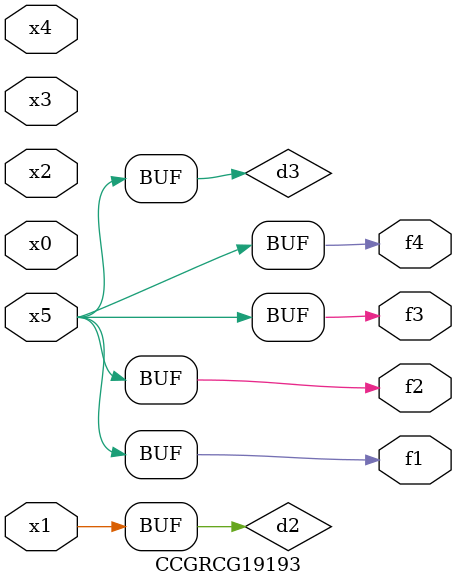
<source format=v>
module CCGRCG19193(
	input x0, x1, x2, x3, x4, x5,
	output f1, f2, f3, f4
);

	wire d1, d2, d3;

	not (d1, x5);
	or (d2, x1);
	xnor (d3, d1);
	assign f1 = d3;
	assign f2 = d3;
	assign f3 = d3;
	assign f4 = d3;
endmodule

</source>
